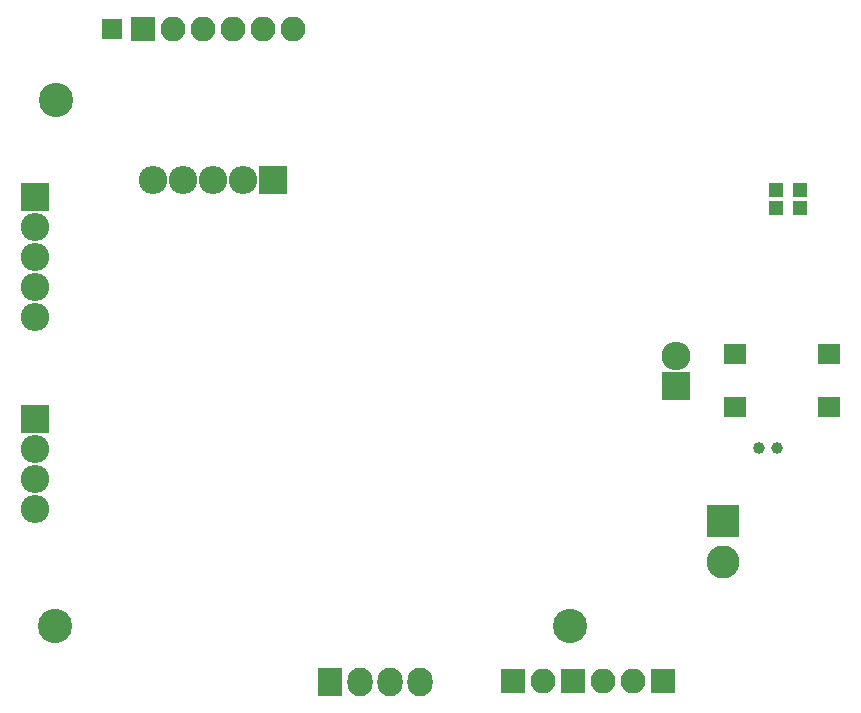
<source format=gbs>
G04 #@! TF.FileFunction,Soldermask,Bot*
%FSLAX46Y46*%
G04 Gerber Fmt 4.6, Leading zero omitted, Abs format (unit mm)*
G04 Created by KiCad (PCBNEW 4.0.7) date 2018 November 02, Friday 17:04:49*
%MOMM*%
%LPD*%
G01*
G04 APERTURE LIST*
%ADD10C,0.050000*%
%ADD11C,2.900000*%
%ADD12R,1.289000X1.162000*%
%ADD13C,2.800000*%
%ADD14R,2.800000X2.800000*%
%ADD15R,2.432000X2.432000*%
%ADD16O,2.432000X2.432000*%
%ADD17R,2.100000X2.100000*%
%ADD18O,2.100000X2.100000*%
%ADD19R,1.950000X1.700000*%
%ADD20O,2.398980X2.398980*%
%ADD21R,2.398980X2.398980*%
%ADD22C,1.004800*%
%ADD23C,1.009600*%
%ADD24R,2.127200X2.432000*%
%ADD25O,2.127200X2.432000*%
%ADD26R,1.750000X1.750000*%
G04 APERTURE END LIST*
D10*
D11*
X10190000Y5000000D03*
X53750000Y5000000D03*
D12*
X73240000Y41917000D03*
X73240000Y40393000D03*
X71240000Y41917000D03*
X71240000Y40393000D03*
D13*
X66690000Y10355000D03*
D14*
X66690000Y13855000D03*
D15*
X62750000Y25250000D03*
D16*
X62750000Y27790000D03*
D17*
X61600000Y330000D03*
D18*
X59060000Y330000D03*
D17*
X48900000Y330000D03*
D18*
X51440000Y330000D03*
D19*
X67760000Y23505000D03*
X75710000Y23505000D03*
X67760000Y28005000D03*
X75710000Y28005000D03*
D17*
X53980000Y330000D03*
D18*
X56520000Y330000D03*
D11*
X10250000Y49500000D03*
D20*
X20960000Y42760000D03*
D21*
X28580000Y42760000D03*
D20*
X26040000Y42760000D03*
X23500000Y42760000D03*
X18420000Y42760000D03*
X8480000Y14880000D03*
D21*
X8480000Y22500000D03*
D20*
X8480000Y19960000D03*
X8480000Y17420000D03*
X8440000Y33680000D03*
D21*
X8440000Y41300000D03*
D20*
X8440000Y38760000D03*
X8440000Y36220000D03*
X8440000Y31140000D03*
D17*
X17610000Y55500000D03*
D18*
X20150000Y55500000D03*
X22690000Y55500000D03*
X25230000Y55500000D03*
X27770000Y55500000D03*
X30310000Y55500000D03*
D22*
X71250000Y20000000D03*
D23*
X69750000Y20000000D03*
D24*
X33420000Y250000D03*
D25*
X35960000Y250000D03*
X38500000Y250000D03*
X41040000Y250000D03*
D26*
X15000000Y55500000D03*
M02*

</source>
